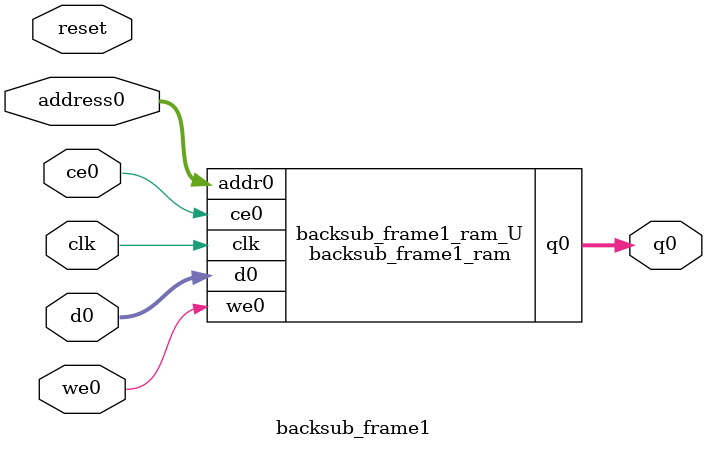
<source format=v>

`timescale 1 ns / 1 ps
module backsub_frame1_ram (addr0, ce0, d0, we0, q0,  clk);

parameter DWIDTH = 8;
parameter AWIDTH = 17;
parameter MEM_SIZE = 103680;

input[AWIDTH-1:0] addr0;
input ce0;
input[DWIDTH-1:0] d0;
input we0;
output reg[DWIDTH-1:0] q0;
input clk;

(* ram_style = "block" *)reg [DWIDTH-1:0] ram[MEM_SIZE-1:0];




always @(posedge clk)  
begin 
    if (ce0) 
    begin
        if (we0) 
        begin 
            ram[addr0] <= d0; 
            q0 <= d0;
        end 
        else 
            q0 <= ram[addr0];
    end
end


endmodule


`timescale 1 ns / 1 ps
module backsub_frame1(
    reset,
    clk,
    address0,
    ce0,
    we0,
    d0,
    q0);

parameter DataWidth = 32'd8;
parameter AddressRange = 32'd103680;
parameter AddressWidth = 32'd17;
input reset;
input clk;
input[AddressWidth - 1:0] address0;
input ce0;
input we0;
input[DataWidth - 1:0] d0;
output[DataWidth - 1:0] q0;



backsub_frame1_ram backsub_frame1_ram_U(
    .clk( clk ),
    .addr0( address0 ),
    .ce0( ce0 ),
    .d0( d0 ),
    .we0( we0 ),
    .q0( q0 ));

endmodule


</source>
